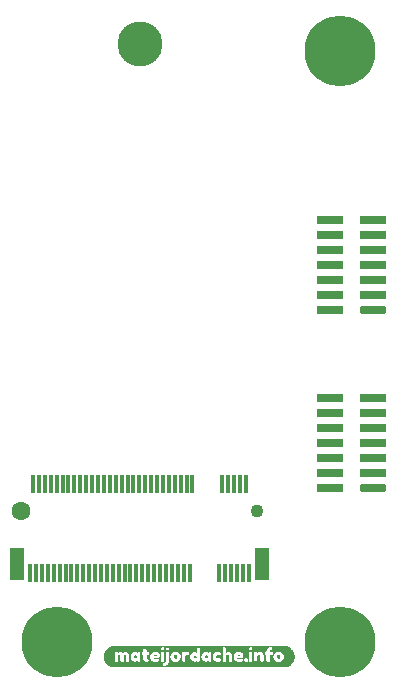
<source format=gbr>
%TF.GenerationSoftware,KiCad,Pcbnew,7.0.5-0*%
%TF.CreationDate,2023-07-31T21:43:19-04:00*%
%TF.ProjectId,carrier-arm14,63617272-6965-4722-9d61-726d31342e6b,rev?*%
%TF.SameCoordinates,Original*%
%TF.FileFunction,Soldermask,Top*%
%TF.FilePolarity,Negative*%
%FSLAX46Y46*%
G04 Gerber Fmt 4.6, Leading zero omitted, Abs format (unit mm)*
G04 Created by KiCad (PCBNEW 7.0.5-0) date 2023-07-31 21:43:19*
%MOMM*%
%LPD*%
G01*
G04 APERTURE LIST*
G04 Aperture macros list*
%AMRoundRect*
0 Rectangle with rounded corners*
0 $1 Rounding radius*
0 $2 $3 $4 $5 $6 $7 $8 $9 X,Y pos of 4 corners*
0 Add a 4 corners polygon primitive as box body*
4,1,4,$2,$3,$4,$5,$6,$7,$8,$9,$2,$3,0*
0 Add four circle primitives for the rounded corners*
1,1,$1+$1,$2,$3*
1,1,$1+$1,$4,$5*
1,1,$1+$1,$6,$7*
1,1,$1+$1,$8,$9*
0 Add four rect primitives between the rounded corners*
20,1,$1+$1,$2,$3,$4,$5,0*
20,1,$1+$1,$4,$5,$6,$7,0*
20,1,$1+$1,$6,$7,$8,$9,0*
20,1,$1+$1,$8,$9,$2,$3,0*%
G04 Aperture macros list end*
%ADD10C,6.000000*%
%ADD11RoundRect,0.185000X0.915000X0.185000X-0.915000X0.185000X-0.915000X-0.185000X0.915000X-0.185000X0*%
%ADD12R,2.200000X0.740000*%
%ADD13C,1.100000*%
%ADD14C,1.600000*%
%ADD15R,0.300000X1.550000*%
%ADD16R,0.330000X1.600000*%
%ADD17R,1.200000X2.750000*%
%ADD18C,3.800000*%
G04 APERTURE END LIST*
%TO.C,kibuzzard-64C85072*%
G36*
X135866213Y-108829744D02*
G01*
X135893994Y-108888481D01*
X135833669Y-108939281D01*
X135633644Y-108939281D01*
X135684444Y-108849588D01*
X135786838Y-108807519D01*
X135866213Y-108829744D01*
G37*
G36*
X142935350Y-108829744D02*
G01*
X142963131Y-108888481D01*
X142902806Y-108939281D01*
X142702781Y-108939281D01*
X142753581Y-108849588D01*
X142855975Y-108807519D01*
X142935350Y-108829744D01*
G37*
G36*
X134197750Y-108896419D02*
G01*
X134235056Y-108992463D01*
X134196162Y-109086919D01*
X134098531Y-109129781D01*
X133998519Y-109087713D01*
X133957244Y-108993256D01*
X133996137Y-108896419D01*
X134097737Y-108851969D01*
X134197750Y-108896419D01*
G37*
G36*
X139257113Y-108898006D02*
G01*
X139294419Y-108994050D01*
X139255525Y-109088506D01*
X139157894Y-109131369D01*
X139057881Y-109088506D01*
X139016606Y-108993256D01*
X139054706Y-108897213D01*
X139156306Y-108853556D01*
X139257113Y-108898006D01*
G37*
G36*
X140198500Y-108896419D02*
G01*
X140235806Y-108992463D01*
X140196913Y-109086919D01*
X140099281Y-109129781D01*
X139999269Y-109087713D01*
X139957994Y-108993256D01*
X139996888Y-108896419D01*
X140098488Y-108851969D01*
X140198500Y-108896419D01*
G37*
G36*
X137595794Y-108872606D02*
G01*
X137632703Y-108920628D01*
X137645006Y-108988494D01*
X137631909Y-109056756D01*
X137592619Y-109105969D01*
X137487844Y-109145656D01*
X137384656Y-109106763D01*
X137346556Y-109058344D01*
X137333856Y-108990875D01*
X137346159Y-108923208D01*
X137383069Y-108874194D01*
X137489431Y-108834506D01*
X137595794Y-108872606D01*
G37*
G36*
X146317519Y-108872606D02*
G01*
X146354428Y-108920628D01*
X146366731Y-108988494D01*
X146353634Y-109056756D01*
X146314344Y-109105969D01*
X146209569Y-109145656D01*
X146106381Y-109106763D01*
X146068281Y-109058344D01*
X146055581Y-108990875D01*
X146067884Y-108923208D01*
X146104794Y-108874194D01*
X146211156Y-108834506D01*
X146317519Y-108872606D01*
G37*
G36*
X146738697Y-108052628D02*
G01*
X146828668Y-108065973D01*
X146916897Y-108088074D01*
X147002536Y-108118716D01*
X147084758Y-108157604D01*
X147162773Y-108204365D01*
X147235829Y-108258547D01*
X147303223Y-108319628D01*
X147364305Y-108387022D01*
X147418487Y-108460078D01*
X147465247Y-108538093D01*
X147504135Y-108620315D01*
X147534777Y-108705954D01*
X147556878Y-108794183D01*
X147570223Y-108884154D01*
X147574686Y-108975000D01*
X147570223Y-109065846D01*
X147556878Y-109155817D01*
X147534777Y-109244046D01*
X147504135Y-109329685D01*
X147465247Y-109411907D01*
X147418487Y-109489922D01*
X147364305Y-109562978D01*
X147303223Y-109630372D01*
X147235829Y-109691453D01*
X147162773Y-109745635D01*
X147084758Y-109792396D01*
X147002536Y-109831284D01*
X146916897Y-109861926D01*
X146828668Y-109884027D01*
X146738697Y-109897372D01*
X146647851Y-109901835D01*
X146647719Y-109901835D01*
X146211156Y-109901835D01*
X145328506Y-109901835D01*
X144817331Y-109901835D01*
X143855306Y-109901835D01*
X143475100Y-109901835D01*
X142858356Y-109901835D01*
X142164619Y-109901835D01*
X141058131Y-109901835D01*
X140398525Y-109901835D01*
X139425388Y-109901835D01*
X138167294Y-109901835D01*
X137489431Y-109901835D01*
X136538519Y-109901835D01*
X135789219Y-109901835D01*
X135092306Y-109901835D01*
X134397775Y-109901835D01*
X133436544Y-109901835D01*
X132352281Y-109901835D01*
X132352149Y-109901835D01*
X132261303Y-109897372D01*
X132171332Y-109884027D01*
X132083103Y-109861926D01*
X131997464Y-109831284D01*
X131915242Y-109792396D01*
X131837227Y-109745635D01*
X131764171Y-109691453D01*
X131704952Y-109637781D01*
X136403581Y-109637781D01*
X136413900Y-109713584D01*
X136444856Y-109753669D01*
X136484544Y-109767163D01*
X136538519Y-109769544D01*
X136638355Y-109757197D01*
X136732547Y-109720155D01*
X136821094Y-109658419D01*
X136892531Y-109576045D01*
X136935394Y-109477091D01*
X136949681Y-109361556D01*
X136949681Y-108993256D01*
X137052869Y-108993256D01*
X137069736Y-109113708D01*
X137120338Y-109221063D01*
X137195545Y-109309566D01*
X137286231Y-109373463D01*
X137386244Y-109412158D01*
X137489431Y-109425056D01*
X137592420Y-109412952D01*
X137691838Y-109376638D01*
X137780969Y-109315519D01*
X138029181Y-109315519D01*
X138057756Y-109383781D01*
X138167294Y-109410769D01*
X138248256Y-109400450D01*
X138291119Y-109369494D01*
X138306200Y-109327425D01*
X138308581Y-109272656D01*
X138308581Y-108992463D01*
X138738794Y-108992463D01*
X138751847Y-109098472D01*
X138791005Y-109195310D01*
X138856269Y-109282975D01*
X138937408Y-109352208D01*
X139024191Y-109393747D01*
X139116619Y-109407594D01*
X139222584Y-109388544D01*
X139302356Y-109331394D01*
X139339464Y-109389734D01*
X139425388Y-109409181D01*
X139514089Y-109398466D01*
X139559531Y-109366319D01*
X139574613Y-109325838D01*
X139576994Y-109271069D01*
X139576994Y-108990875D01*
X139680181Y-108990875D01*
X139693234Y-109096973D01*
X139732392Y-109194075D01*
X139797656Y-109282181D01*
X139878178Y-109351855D01*
X139963109Y-109393659D01*
X140052450Y-109407594D01*
X140170123Y-109386559D01*
X140248506Y-109323456D01*
X140282638Y-109386163D01*
X140398525Y-109407594D01*
X140468970Y-109397275D01*
X140507269Y-109366319D01*
X140520763Y-109324250D01*
X140523144Y-109269481D01*
X140523144Y-108989288D01*
X140626331Y-108989288D01*
X140636650Y-109087316D01*
X140667606Y-109176613D01*
X140714834Y-109253011D01*
X140773969Y-109312344D01*
X140866220Y-109371434D01*
X140960941Y-109406888D01*
X141058131Y-109418706D01*
X141179575Y-109402831D01*
X141280381Y-109355206D01*
X141345866Y-109300834D01*
X141357003Y-109271069D01*
X141470881Y-109271069D01*
X141473263Y-109326631D01*
X141486756Y-109367906D01*
X141528428Y-109400053D01*
X141608994Y-109410769D01*
X141690353Y-109400450D01*
X141731231Y-109369494D01*
X141746313Y-109327425D01*
X141748694Y-109272656D01*
X141748694Y-108964681D01*
X141797906Y-108887687D01*
X141897125Y-108853556D01*
X141989994Y-108890069D01*
X142026506Y-108991669D01*
X142026506Y-109269481D01*
X142028888Y-109326631D01*
X142043969Y-109369494D01*
X142086038Y-109400450D01*
X142164619Y-109410769D01*
X142245978Y-109400450D01*
X142286856Y-109369494D01*
X142301938Y-109327425D01*
X142304319Y-109272656D01*
X142304319Y-108996431D01*
X142407506Y-108996431D01*
X142418619Y-109098913D01*
X142451956Y-109194692D01*
X142507519Y-109283769D01*
X142568439Y-109343895D01*
X142649600Y-109390925D01*
X142747430Y-109421286D01*
X142858356Y-109431406D01*
X143006291Y-109422576D01*
X143111959Y-109396084D01*
X143175360Y-109351932D01*
X143196494Y-109290119D01*
X143190213Y-109267894D01*
X143317144Y-109267894D01*
X143348100Y-109382194D01*
X143395328Y-109404816D01*
X143475100Y-109412356D01*
X143553086Y-109400847D01*
X143594956Y-109366319D01*
X143611625Y-109322663D01*
X143613805Y-109271069D01*
X143717194Y-109271069D01*
X143719575Y-109326631D01*
X143733069Y-109367906D01*
X143774741Y-109400053D01*
X143855306Y-109410769D01*
X143936666Y-109400450D01*
X143977544Y-109369494D01*
X143992625Y-109327425D01*
X143995006Y-109272656D01*
X143995006Y-109269481D01*
X144122006Y-109269481D01*
X144124388Y-109324250D01*
X144137881Y-109366319D01*
X144179553Y-109398466D01*
X144260119Y-109409181D01*
X144341478Y-109398466D01*
X144382356Y-109366319D01*
X144397438Y-109325838D01*
X144399819Y-109271069D01*
X144399819Y-108990081D01*
X144438713Y-108890069D01*
X144540313Y-108851969D01*
X144640325Y-108888481D01*
X144677631Y-108990081D01*
X144677631Y-109269481D01*
X144687156Y-109350444D01*
X144728431Y-109394497D01*
X144817331Y-109409181D01*
X144899088Y-109398466D01*
X144941156Y-109366319D01*
X144954650Y-109325838D01*
X144957031Y-109271069D01*
X144957031Y-108991669D01*
X144945301Y-108881161D01*
X144910112Y-108782472D01*
X144864860Y-108715444D01*
X145044344Y-108715444D01*
X145074506Y-108831331D01*
X145133244Y-108850381D01*
X145190394Y-108850381D01*
X145190394Y-109271069D01*
X145192775Y-109326631D01*
X145207856Y-109368700D01*
X145249925Y-109402037D01*
X145328506Y-109412356D01*
X145408675Y-109402831D01*
X145454713Y-109363938D01*
X145469794Y-109274244D01*
X145469794Y-108993256D01*
X145774594Y-108993256D01*
X145791461Y-109113708D01*
X145842063Y-109221063D01*
X145917270Y-109309566D01*
X146007956Y-109373463D01*
X146107969Y-109412158D01*
X146211156Y-109425056D01*
X146314145Y-109412952D01*
X146413563Y-109376638D01*
X146503852Y-109314725D01*
X146579456Y-109225825D01*
X146630653Y-109116089D01*
X146647719Y-108991669D01*
X146633078Y-108872165D01*
X146589158Y-108767655D01*
X146515956Y-108678137D01*
X146423705Y-108609787D01*
X146322634Y-108568776D01*
X146212744Y-108555106D01*
X146102677Y-108568865D01*
X146001077Y-108610140D01*
X145907944Y-108678931D01*
X145833860Y-108768890D01*
X145789410Y-108873665D01*
X145774594Y-108993256D01*
X145469794Y-108993256D01*
X145469794Y-108848794D01*
X145571394Y-108855144D01*
X145668231Y-108836094D01*
X145700775Y-108794025D01*
X145711094Y-108715444D01*
X145701569Y-108636069D01*
X145659897Y-108590825D01*
X145572981Y-108575744D01*
X145469794Y-108585269D01*
X145469794Y-108497956D01*
X145528531Y-108458269D01*
X145572981Y-108458269D01*
X145642831Y-108429694D01*
X145669819Y-108320156D01*
X145659103Y-108238797D01*
X145626956Y-108197919D01*
X145584888Y-108182837D01*
X145530119Y-108180456D01*
X145428695Y-108191481D01*
X145344558Y-108224553D01*
X145277706Y-108279675D01*
X145212222Y-108384648D01*
X145190394Y-108501131D01*
X145190394Y-108585269D01*
X145138006Y-108585269D01*
X145067759Y-108617813D01*
X145044344Y-108715444D01*
X144864860Y-108715444D01*
X144851463Y-108695600D01*
X144775174Y-108628131D01*
X144687068Y-108587650D01*
X144587144Y-108574156D01*
X144468081Y-108610669D01*
X144425219Y-108644006D01*
X144396644Y-108675756D01*
X144380769Y-108610669D01*
X144339891Y-108583284D01*
X144261706Y-108574156D01*
X144181141Y-108584078D01*
X144139469Y-108613844D01*
X144124388Y-108654325D01*
X144122006Y-108707506D01*
X144122006Y-109269481D01*
X143995006Y-109269481D01*
X143995006Y-108717031D01*
X143993419Y-108670994D01*
X143964844Y-108602731D01*
X143856894Y-108575744D01*
X143856100Y-108575844D01*
X143775138Y-108586063D01*
X143733069Y-108617019D01*
X143719575Y-108659087D01*
X143717194Y-108713856D01*
X143717194Y-109271069D01*
X143613805Y-109271069D01*
X143614006Y-109266306D01*
X143614006Y-109259956D01*
X143587019Y-109148831D01*
X143535623Y-109123828D01*
X143454463Y-109115494D01*
X143376477Y-109127400D01*
X143334606Y-109163119D01*
X143319525Y-109205981D01*
X143317144Y-109261544D01*
X143317144Y-109267894D01*
X143190213Y-109267894D01*
X143175856Y-109217094D01*
X143088544Y-109145656D01*
X143025044Y-109163119D01*
X143007581Y-109169469D01*
X142945272Y-109183756D01*
X142863119Y-109188519D01*
X142758344Y-109158356D01*
X142705956Y-109083744D01*
X143082194Y-109083744D01*
X143189350Y-109036912D01*
X143225664Y-108977381D01*
X143237769Y-108892450D01*
X143224275Y-108798589D01*
X143183794Y-108712269D01*
X143124858Y-108644205D01*
X143051238Y-108595587D01*
X142962933Y-108566417D01*
X142859944Y-108556694D01*
X142737971Y-108570011D01*
X142630285Y-108609963D01*
X142536888Y-108676550D01*
X142465009Y-108765362D01*
X142421882Y-108871989D01*
X142407506Y-108996431D01*
X142304319Y-108996431D01*
X142304319Y-108993256D01*
X142292589Y-108882837D01*
X142257399Y-108784412D01*
X142198750Y-108697981D01*
X142122462Y-108630953D01*
X142034356Y-108590737D01*
X141934431Y-108577331D01*
X141834816Y-108601541D01*
X141748694Y-108674169D01*
X141748694Y-108323331D01*
X141748625Y-108321744D01*
X143717194Y-108321744D01*
X143719575Y-108376512D01*
X143733863Y-108418581D01*
X143775931Y-108451919D01*
X143856100Y-108461444D01*
X143936269Y-108451919D01*
X143978338Y-108419375D01*
X143992625Y-108378100D01*
X143995006Y-108323331D01*
X143992625Y-108268563D01*
X143977544Y-108226494D01*
X143937063Y-108194347D01*
X143856894Y-108183631D01*
X143775138Y-108194347D01*
X143733069Y-108226494D01*
X143719575Y-108266975D01*
X143717194Y-108321744D01*
X141748625Y-108321744D01*
X141746313Y-108268563D01*
X141731231Y-108226494D01*
X141690750Y-108194347D01*
X141610581Y-108183631D01*
X141528825Y-108194347D01*
X141486756Y-108226494D01*
X141473263Y-108266975D01*
X141470881Y-108321744D01*
X141470881Y-109271069D01*
X141357003Y-109271069D01*
X141367694Y-109242494D01*
X141331181Y-109159944D01*
X141268078Y-109096841D01*
X141215294Y-109075806D01*
X141144650Y-109105175D01*
X141050988Y-109134544D01*
X140956531Y-109097237D01*
X140912081Y-108992463D01*
X140958119Y-108886894D01*
X141057338Y-108848794D01*
X141139094Y-108875781D01*
X141224819Y-108910706D01*
X141278397Y-108888878D01*
X141334356Y-108823394D01*
X141367694Y-108732113D01*
X141326419Y-108659881D01*
X141281969Y-108629719D01*
X141256569Y-108613844D01*
X141172431Y-108581300D01*
X141054956Y-108564631D01*
X140957413Y-108576273D01*
X140863751Y-108611198D01*
X140773969Y-108669406D01*
X140714834Y-108728342D01*
X140667606Y-108803550D01*
X140636650Y-108891656D01*
X140626331Y-108989288D01*
X140523144Y-108989288D01*
X140523144Y-108713856D01*
X140520763Y-108659087D01*
X140506475Y-108617019D01*
X140464406Y-108583681D01*
X140372331Y-108574156D01*
X140283034Y-108596381D01*
X140246919Y-108663056D01*
X140218344Y-108630513D01*
X140156431Y-108594794D01*
X140058006Y-108575744D01*
X139966372Y-108589590D01*
X139879853Y-108631130D01*
X139798450Y-108700362D01*
X139732745Y-108788028D01*
X139693322Y-108884865D01*
X139680181Y-108990875D01*
X139576994Y-108990875D01*
X139576994Y-108323331D01*
X139574613Y-108268563D01*
X139560325Y-108226494D01*
X139518256Y-108193156D01*
X139438088Y-108183631D01*
X139357919Y-108193156D01*
X139315850Y-108225700D01*
X139301563Y-108266975D01*
X139299181Y-108321744D01*
X139299181Y-108655119D01*
X139220997Y-108595587D01*
X139116619Y-108575744D01*
X139024985Y-108589678D01*
X138938466Y-108631483D01*
X138857063Y-108701156D01*
X138791358Y-108789263D01*
X138751935Y-108886365D01*
X138738794Y-108992463D01*
X138308581Y-108992463D01*
X138308581Y-108939281D01*
X138345888Y-108866256D01*
X138426056Y-108836094D01*
X138495113Y-108848794D01*
X138549881Y-108861494D01*
X138637194Y-108801169D01*
X138667356Y-108690044D01*
X138647513Y-108616225D01*
X138597506Y-108583681D01*
X138541944Y-108570188D01*
X138479238Y-108566219D01*
X138392719Y-108593206D01*
X138328425Y-108636069D01*
X138305406Y-108663056D01*
X138287944Y-108610669D01*
X138246272Y-108583284D01*
X138168881Y-108574156D01*
X138087125Y-108584872D01*
X138045056Y-108617019D01*
X138031563Y-108657500D01*
X138029181Y-108712269D01*
X138029181Y-109269481D01*
X138029181Y-109315519D01*
X137780969Y-109315519D01*
X137782127Y-109314725D01*
X137857731Y-109225825D01*
X137908928Y-109116089D01*
X137925994Y-108991669D01*
X137911353Y-108872165D01*
X137867433Y-108767655D01*
X137794231Y-108678137D01*
X137701980Y-108609787D01*
X137600909Y-108568776D01*
X137491019Y-108555106D01*
X137380952Y-108568865D01*
X137279352Y-108610140D01*
X137186219Y-108678931D01*
X137112135Y-108768890D01*
X137067685Y-108873665D01*
X137052869Y-108993256D01*
X136949681Y-108993256D01*
X136949681Y-108707506D01*
X136947300Y-108652737D01*
X136933013Y-108611463D01*
X136892531Y-108578919D01*
X136814744Y-108569394D01*
X136811569Y-108569779D01*
X136736163Y-108578919D01*
X136691713Y-108614638D01*
X136676631Y-108696394D01*
X136676631Y-109350444D01*
X136665519Y-109420294D01*
X136632181Y-109464744D01*
X136529788Y-109496494D01*
X136437713Y-109520306D01*
X136412114Y-109561581D01*
X136409931Y-109581074D01*
X136403581Y-109637781D01*
X131704952Y-109637781D01*
X131696777Y-109630372D01*
X131635695Y-109562978D01*
X131581513Y-109489922D01*
X131534753Y-109411907D01*
X131495865Y-109329685D01*
X131474892Y-109271069D01*
X132352281Y-109271069D01*
X132354662Y-109326631D01*
X132368156Y-109367906D01*
X132409828Y-109400053D01*
X132490394Y-109410769D01*
X132571356Y-109400450D01*
X132614219Y-109369494D01*
X132629300Y-109327425D01*
X132631681Y-109272656D01*
X132631681Y-108991669D01*
X132655494Y-108888084D01*
X132726931Y-108853556D01*
X132800750Y-108888084D01*
X132825356Y-108991669D01*
X132825356Y-109269481D01*
X132827737Y-109324250D01*
X132841231Y-109366319D01*
X132882903Y-109399656D01*
X132963469Y-109410769D01*
X133045225Y-109400053D01*
X133087294Y-109367906D01*
X133102375Y-109326631D01*
X133104756Y-109271069D01*
X133104756Y-108993256D01*
X133124600Y-108890069D01*
X133200006Y-108853556D01*
X133273825Y-108888084D01*
X133298431Y-108991669D01*
X133298431Y-109269481D01*
X133300812Y-109324250D01*
X133314306Y-109366319D01*
X133355978Y-109399656D01*
X133436544Y-109410769D01*
X133517903Y-109400053D01*
X133558781Y-109367906D01*
X133573862Y-109325838D01*
X133576244Y-109271069D01*
X133576244Y-108993256D01*
X133576077Y-108990875D01*
X133679431Y-108990875D01*
X133692484Y-109096973D01*
X133731642Y-109194075D01*
X133796906Y-109282181D01*
X133877428Y-109351855D01*
X133962359Y-109393659D01*
X134051700Y-109407594D01*
X134169373Y-109386559D01*
X134247756Y-109323456D01*
X134281887Y-109386163D01*
X134397775Y-109407594D01*
X134468220Y-109397275D01*
X134506519Y-109366319D01*
X134520012Y-109324250D01*
X134522394Y-109269481D01*
X134522394Y-108734494D01*
X134609706Y-108734494D01*
X134632725Y-108826569D01*
X134690669Y-108853556D01*
X134755756Y-108848794D01*
X134755756Y-109083744D01*
X134765281Y-109190812D01*
X134793856Y-109274949D01*
X134841481Y-109336156D01*
X134907451Y-109377608D01*
X134991059Y-109402478D01*
X135092306Y-109410769D01*
X135145488Y-109408388D01*
X135187556Y-109394894D01*
X135220894Y-109353222D01*
X135232006Y-109272656D01*
X135195494Y-109166294D01*
X135153425Y-109151213D01*
X135096275Y-109148831D01*
X135045475Y-109129781D01*
X135031981Y-109067869D01*
X135031981Y-108996431D01*
X135338369Y-108996431D01*
X135349481Y-109098913D01*
X135382819Y-109194692D01*
X135438381Y-109283769D01*
X135499302Y-109343895D01*
X135580463Y-109390925D01*
X135678292Y-109421286D01*
X135789219Y-109431406D01*
X135937154Y-109422576D01*
X136042822Y-109396084D01*
X136106223Y-109351932D01*
X136127356Y-109290119D01*
X136121972Y-109271069D01*
X136271819Y-109271069D01*
X136274200Y-109326631D01*
X136287694Y-109367906D01*
X136329366Y-109400053D01*
X136409931Y-109410769D01*
X136491291Y-109400450D01*
X136532169Y-109369494D01*
X136547250Y-109327425D01*
X136549631Y-109272656D01*
X136549631Y-108717031D01*
X136548044Y-108670994D01*
X136519469Y-108602731D01*
X136411519Y-108575744D01*
X136410725Y-108575844D01*
X136329763Y-108586063D01*
X136287694Y-108617019D01*
X136274200Y-108659087D01*
X136271819Y-108713856D01*
X136271819Y-109271069D01*
X136121972Y-109271069D01*
X136106719Y-109217094D01*
X136019406Y-109145656D01*
X135955906Y-109163119D01*
X135938444Y-109169469D01*
X135876134Y-109183756D01*
X135793981Y-109188519D01*
X135689206Y-109158356D01*
X135636819Y-109083744D01*
X136013056Y-109083744D01*
X136120213Y-109036912D01*
X136156527Y-108977381D01*
X136168631Y-108892450D01*
X136155138Y-108798589D01*
X136114656Y-108712269D01*
X136055720Y-108644205D01*
X135982100Y-108595587D01*
X135893795Y-108566417D01*
X135790806Y-108556694D01*
X135668833Y-108570011D01*
X135561148Y-108609963D01*
X135467750Y-108676550D01*
X135395872Y-108765362D01*
X135352744Y-108871989D01*
X135338369Y-108996431D01*
X135031981Y-108996431D01*
X135031981Y-108848794D01*
X135135169Y-108855144D01*
X135189937Y-108852763D01*
X135232006Y-108839269D01*
X135264153Y-108797597D01*
X135274869Y-108717031D01*
X135264550Y-108635672D01*
X135233594Y-108594794D01*
X135191525Y-108579713D01*
X135137550Y-108577331D01*
X135031981Y-108583681D01*
X135031981Y-108428106D01*
X135024044Y-108347144D01*
X134999559Y-108321744D01*
X136271819Y-108321744D01*
X136274200Y-108376512D01*
X136288488Y-108418581D01*
X136330556Y-108451919D01*
X136410725Y-108461444D01*
X136490894Y-108451919D01*
X136532963Y-108419375D01*
X136547250Y-108378100D01*
X136549631Y-108323331D01*
X136549493Y-108320156D01*
X136676631Y-108320156D01*
X136679013Y-108374925D01*
X136693300Y-108416200D01*
X136733781Y-108448744D01*
X136811569Y-108458269D01*
X136890150Y-108449537D01*
X136932219Y-108418581D01*
X136947300Y-108378894D01*
X136949681Y-108326506D01*
X136949681Y-108316981D01*
X136947300Y-108264594D01*
X136933806Y-108226494D01*
X136892134Y-108195537D01*
X136814744Y-108185219D01*
X136734178Y-108195537D01*
X136692506Y-108226494D01*
X136679013Y-108266181D01*
X136676631Y-108320156D01*
X136549493Y-108320156D01*
X136547250Y-108268563D01*
X136532169Y-108226494D01*
X136491688Y-108194347D01*
X136411519Y-108183631D01*
X136329763Y-108194347D01*
X136287694Y-108226494D01*
X136274200Y-108266975D01*
X136271819Y-108321744D01*
X134999559Y-108321744D01*
X134981578Y-108303091D01*
X134895456Y-108288406D01*
X134814097Y-108298328D01*
X134773219Y-108328094D01*
X134758138Y-108366194D01*
X134755756Y-108420169D01*
X134755756Y-108583681D01*
X134703369Y-108577331D01*
X134639869Y-108597969D01*
X134617644Y-108640037D01*
X134609706Y-108734494D01*
X134522394Y-108734494D01*
X134522394Y-108713856D01*
X134520012Y-108659087D01*
X134505725Y-108617019D01*
X134463656Y-108583681D01*
X134371581Y-108574156D01*
X134282284Y-108596381D01*
X134246169Y-108663056D01*
X134217594Y-108630513D01*
X134155681Y-108594794D01*
X134057256Y-108575744D01*
X133965622Y-108589590D01*
X133879103Y-108631130D01*
X133797700Y-108700362D01*
X133731995Y-108788028D01*
X133692572Y-108884865D01*
X133679431Y-108990875D01*
X133576077Y-108990875D01*
X133566719Y-108857172D01*
X133538144Y-108749487D01*
X133490519Y-108670200D01*
X133394475Y-108596977D01*
X133277794Y-108572569D01*
X133166669Y-108603525D01*
X133088087Y-108660675D01*
X133046019Y-108710681D01*
X132983930Y-108633952D01*
X132903497Y-108587915D01*
X132804719Y-108572569D01*
X132707484Y-108600747D01*
X132625331Y-108685281D01*
X132598344Y-108602731D01*
X132482456Y-108574156D01*
X132409828Y-108584872D01*
X132369744Y-108617019D01*
X132354662Y-108657500D01*
X132352281Y-108712269D01*
X132352281Y-109271069D01*
X131474892Y-109271069D01*
X131465223Y-109244046D01*
X131443122Y-109155817D01*
X131429777Y-109065846D01*
X131425314Y-108975000D01*
X131429777Y-108884154D01*
X131443122Y-108794183D01*
X131465223Y-108705954D01*
X131495865Y-108620315D01*
X131534753Y-108538093D01*
X131581513Y-108460078D01*
X131635695Y-108387022D01*
X131696777Y-108319628D01*
X131764171Y-108258547D01*
X131837227Y-108204365D01*
X131915242Y-108157604D01*
X131997464Y-108118716D01*
X132083103Y-108088074D01*
X132171332Y-108065973D01*
X132261303Y-108052628D01*
X132352149Y-108048165D01*
X132352281Y-108048165D01*
X146647719Y-108048165D01*
X146647851Y-108048165D01*
X146738697Y-108052628D01*
G37*
%TD*%
D10*
%TO.C,H104*%
X127450000Y-107750000D03*
%TD*%
%TO.C,H102*%
X151450000Y-57750000D03*
%TD*%
D11*
%TO.C,J101*%
X154200000Y-94675000D03*
D12*
X150600000Y-94675000D03*
X154200000Y-93405000D03*
X150600000Y-93405000D03*
X154200000Y-92135000D03*
X150600000Y-92135000D03*
X154200000Y-90865000D03*
X150600000Y-90865000D03*
X154200000Y-89595000D03*
X150600000Y-89595000D03*
X154200000Y-88325000D03*
X150600000Y-88325000D03*
X154200000Y-87055000D03*
X150600000Y-87055000D03*
%TD*%
D13*
%TO.C,CN101*%
X144425000Y-96650000D03*
D14*
X124425000Y-96650000D03*
D15*
X143675000Y-101920000D03*
X143425000Y-94380000D03*
X143175000Y-101920000D03*
X142925000Y-94380000D03*
X142675000Y-101920000D03*
X142425000Y-94380000D03*
X142175000Y-101920000D03*
X141925000Y-94380000D03*
X141675000Y-101920000D03*
X141425000Y-94380000D03*
X141175000Y-101920000D03*
X138925000Y-94380000D03*
X138675000Y-101920000D03*
X138425000Y-94380000D03*
X138175000Y-101920000D03*
X137925000Y-94380000D03*
X137675000Y-101920000D03*
X137425000Y-94380000D03*
X137175000Y-101920000D03*
X136925000Y-94380000D03*
X136675000Y-101920000D03*
X136425000Y-94380000D03*
X136175000Y-101920000D03*
X135925000Y-94380000D03*
X135675000Y-101920000D03*
X135425000Y-94380000D03*
X135175000Y-101920000D03*
X134925000Y-94380000D03*
X134675000Y-101920000D03*
X134425000Y-94380000D03*
X134175000Y-101920000D03*
X133925000Y-94380000D03*
X133675000Y-101920000D03*
X133425000Y-94380000D03*
X133175000Y-101920000D03*
X132925000Y-94380000D03*
X132675000Y-101920000D03*
X132425000Y-94380000D03*
X132175000Y-101920000D03*
X131925000Y-94380000D03*
X131675000Y-101920000D03*
X131425000Y-94380000D03*
X131175000Y-101920000D03*
X130925000Y-94380000D03*
X130675000Y-101920000D03*
X130425000Y-94380000D03*
X130175000Y-101920000D03*
X129925000Y-94380000D03*
X129675000Y-101920000D03*
X129425000Y-94380000D03*
X129175000Y-101920000D03*
X128925000Y-94380000D03*
X128675000Y-101920000D03*
X128425000Y-94380000D03*
X128175000Y-101920000D03*
X127925000Y-94380000D03*
X127675000Y-101920000D03*
X127425000Y-94380000D03*
X127175000Y-101920000D03*
X126925000Y-94380000D03*
X126675000Y-101920000D03*
X126425000Y-94380000D03*
X126175000Y-101920000D03*
X125925000Y-94380000D03*
X125675000Y-101920000D03*
X125425000Y-94380000D03*
D16*
X125175000Y-101920000D03*
D17*
X124025000Y-101150000D03*
X144825000Y-101150000D03*
%TD*%
D11*
%TO.C,J102*%
X154200000Y-79675000D03*
D12*
X150600000Y-79675000D03*
X154200000Y-78405000D03*
X150600000Y-78405000D03*
X154200000Y-77135000D03*
X150600000Y-77135000D03*
X154200000Y-75865000D03*
X150600000Y-75865000D03*
X154200000Y-74595000D03*
X150600000Y-74595000D03*
X154200000Y-73325000D03*
X150600000Y-73325000D03*
X154200000Y-72055000D03*
X150600000Y-72055000D03*
%TD*%
D10*
%TO.C,H103*%
X151450000Y-107750000D03*
%TD*%
D18*
%TO.C,H105*%
X134450000Y-57075000D03*
%TD*%
M02*

</source>
